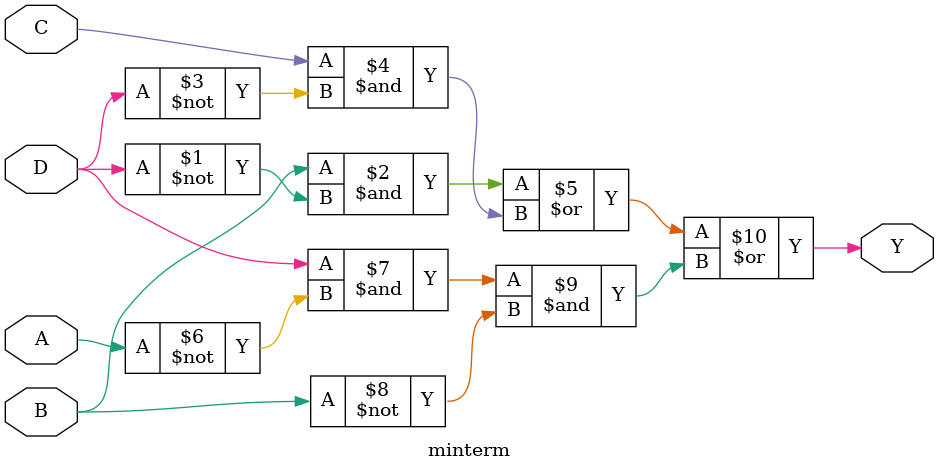
<source format=v>
module minterm (
    input A, B, C, D,
    output Y
);

assign Y = (B&~D)|(C&~D)|(D&~A&~B); // Enter your equation here

endmodule

</source>
